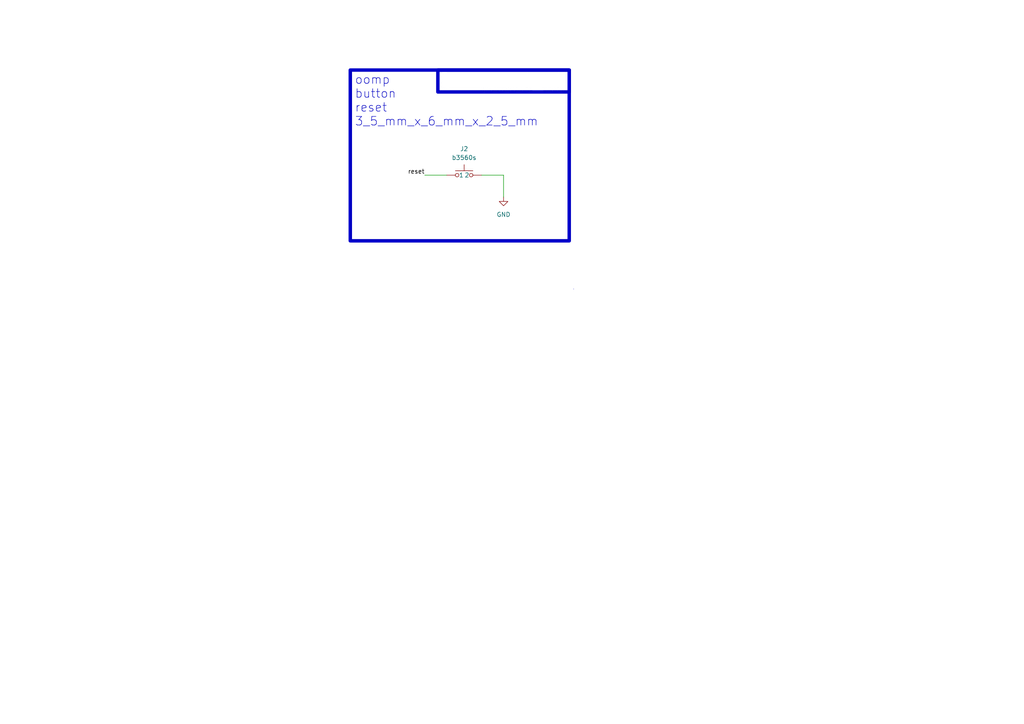
<source format=kicad_sch>
(kicad_sch (version 20230121) (generator eeschema)
  (paper "A4")
  (lib_symbols
    (symbol "oomlout_oomp_part_symbols:b3560s_electronic_button_3_5_mm_x_6_mm_x_2_5_mm_surface_mount" (pin_numbers hide) (pin_names (offset 1.016))
      (property "Reference" "J" (at 1.27 2.54 0))
      (property "Value" "b3560s_electronic_button_3_5_mm_x_6_mm_x_2_5_mm_surface_mount" (at 0 -1.524 0))
      (symbol "b3560s_electronic_button_3_5_mm_x_6_mm_x_2_5_mm_surface_mount_0_1"
        (circle (center -2.032 0) (radius 0.508))
        (polyline (pts (xy 0 1.27) (xy 0 3.048)))
        (polyline (pts (xy 2.54 1.27) (xy -2.54 1.27)))
        (circle (center 2.032 0) (radius 0.508))
        (pin passive line (at -5.08 0 0) (length 2.54) (name "1") (number "1"))
        (pin passive line (at 5.08 0 180) (length 2.54) (name "2") (number "2"))
      )
    )
    (symbol "power:GND" (power) (pin_names (offset 0))
      (property "Value" "GND" (at 0 -3.81 0))
      (symbol "GND_0_1"
        (polyline (pts (xy 0 0) (xy 0 -1.27) (xy 1.27 -1.27) (xy 0 -2.54) (xy -1.27 -1.27) (xy 0 -1.27)))
      )
      (symbol "GND_1_1"
        (pin power_in line (at 0 0 270) (length 0) hide (name "GND") (number "1"))
      )
    )
  )
  (wire (pts (xy 123.19 50.8) (xy 129.54 50.8)))
  (wire (pts (xy 146.05 50.8) (xy 139.7 50.8)))
  (wire (pts (xy 146.05 57.15) (xy 146.05 50.8)))
  (rectangle (start 166.37 83.82) (end 166.37 83.82))
  (rectangle (start 101.6 20.32) (end 165.1 69.85) (stroke (width 1)))
  (rectangle (start 127 20.32) (end 165.1 26.67) (stroke (width 1)) (fill (type color)))
  (text "oomp\nbutton\nreset\n3_5_mm_x_6_mm_x_2_5_mm\n" (at 102.87 36.83 0) (effects (font (size 2.5 2.5)) (justify left bottom)))
  (text "name" (at 129.54 26.67 90) (effects (font (size 1.27 1.27) (thickness 0.254) bold) (justify left bottom)))
  (text "reset_bt\n" (at 163.83 26.67 0) (effects (font (size 4 4) (thickness 0.8) bold) (justify right bottom)))
  (label "reset" (at 123.19 50.8 180))
  (symbol (lib_id "oomlout_oomp_part_symbols:b3560s_electronic_button_3_5_mm_x_6_mm_x_2_5_mm_surface_mount") (at 134.62 50.8 0) (unit 1)
    (property "Reference" "J2" (at 134.62 43.18 0))
    (property "Value" "b3560s" (at 134.62 45.72 0))
    (property "Footprint" "b3560s_electronic_button_3_5_mm_x_6_mm_x_2_5_mm_surface_mount" (effects hide))
    (property "Datasheet" "https://github.com/oomlout/oomlout_oomp_v3/parts/electronic_button_3_5_mm_x_6_mm_x_2_5_mm_surface_mount/datasheet.pdf" (effects hide))
  )
  (symbol (lib_id "power:GND") (at 146.05 57.15 0) (unit 1)
    (property "Reference" "#PWR04" (effects hide))
    (property "Value" "GND" (at 146.05 62.23 0))
  )
)
</source>
